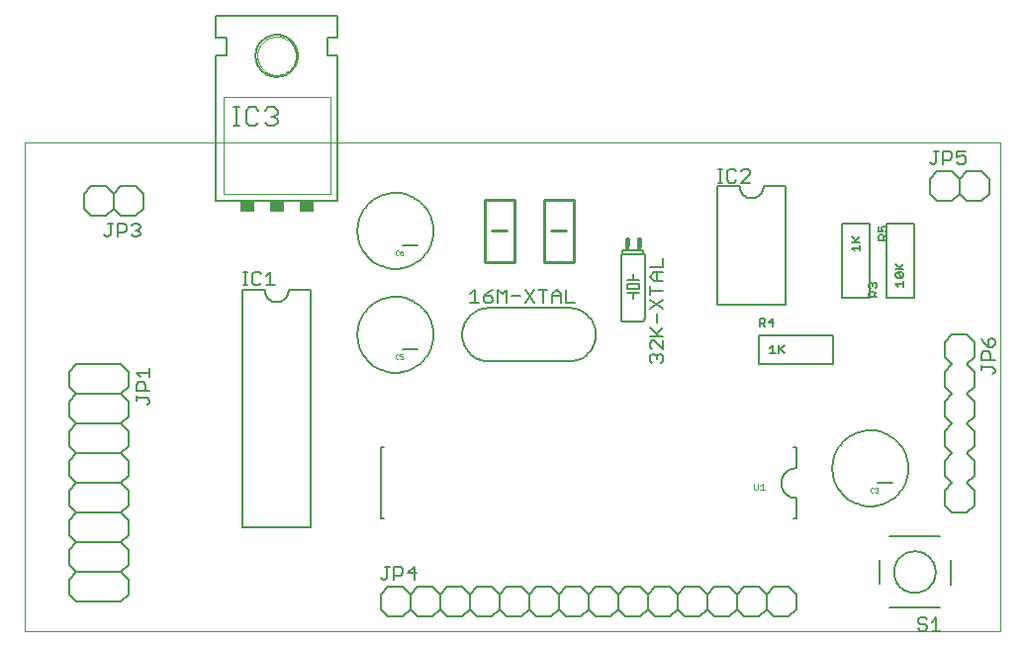
<source format=gto>
G75*
%MOIN*%
%OFA0B0*%
%FSLAX24Y24*%
%IPPOS*%
%LPD*%
%AMOC8*
5,1,8,0,0,1.08239X$1,22.5*
%
%ADD10C,0.0000*%
%ADD11C,0.0080*%
%ADD12C,0.0020*%
%ADD13C,0.0060*%
%ADD14C,0.0050*%
%ADD15C,0.0160*%
%ADD16R,0.0160X0.0230*%
%ADD17C,0.0070*%
%ADD18R,0.0500X0.0350*%
%ADD19C,0.0100*%
%ADD20C,0.0010*%
D10*
X000100Y000267D02*
X000100Y016763D01*
X032970Y016763D01*
X032970Y000267D01*
X000100Y000267D01*
X007950Y019667D02*
X007952Y019717D01*
X007958Y019767D01*
X007968Y019817D01*
X007981Y019865D01*
X007998Y019913D01*
X008019Y019959D01*
X008043Y020003D01*
X008071Y020045D01*
X008102Y020085D01*
X008136Y020122D01*
X008173Y020157D01*
X008212Y020188D01*
X008253Y020217D01*
X008297Y020242D01*
X008343Y020264D01*
X008390Y020282D01*
X008438Y020296D01*
X008487Y020307D01*
X008537Y020314D01*
X008587Y020317D01*
X008638Y020316D01*
X008688Y020311D01*
X008738Y020302D01*
X008786Y020290D01*
X008834Y020273D01*
X008880Y020253D01*
X008925Y020230D01*
X008968Y020203D01*
X009008Y020173D01*
X009046Y020140D01*
X009081Y020104D01*
X009114Y020065D01*
X009143Y020024D01*
X009169Y019981D01*
X009192Y019936D01*
X009211Y019889D01*
X009226Y019841D01*
X009238Y019792D01*
X009246Y019742D01*
X009250Y019692D01*
X009250Y019642D01*
X009246Y019592D01*
X009238Y019542D01*
X009226Y019493D01*
X009211Y019445D01*
X009192Y019398D01*
X009169Y019353D01*
X009143Y019310D01*
X009114Y019269D01*
X009081Y019230D01*
X009046Y019194D01*
X009008Y019161D01*
X008968Y019131D01*
X008925Y019104D01*
X008880Y019081D01*
X008834Y019061D01*
X008786Y019044D01*
X008738Y019032D01*
X008688Y019023D01*
X008638Y019018D01*
X008587Y019017D01*
X008537Y019020D01*
X008487Y019027D01*
X008438Y019038D01*
X008390Y019052D01*
X008343Y019070D01*
X008297Y019092D01*
X008253Y019117D01*
X008212Y019146D01*
X008173Y019177D01*
X008136Y019212D01*
X008102Y019249D01*
X008071Y019289D01*
X008043Y019331D01*
X008019Y019375D01*
X007998Y019421D01*
X007981Y019469D01*
X007968Y019517D01*
X007958Y019567D01*
X007952Y019617D01*
X007950Y019667D01*
D11*
X011320Y013767D02*
X011322Y013838D01*
X011328Y013909D01*
X011338Y013980D01*
X011352Y014049D01*
X011369Y014118D01*
X011391Y014186D01*
X011416Y014253D01*
X011445Y014318D01*
X011477Y014381D01*
X011513Y014443D01*
X011552Y014502D01*
X011595Y014559D01*
X011640Y014614D01*
X011689Y014666D01*
X011740Y014715D01*
X011794Y014761D01*
X011851Y014805D01*
X011909Y014845D01*
X011970Y014881D01*
X012033Y014915D01*
X012098Y014944D01*
X012164Y014970D01*
X012232Y014993D01*
X012300Y015011D01*
X012370Y015026D01*
X012440Y015037D01*
X012511Y015044D01*
X012582Y015047D01*
X012653Y015046D01*
X012724Y015041D01*
X012795Y015032D01*
X012865Y015019D01*
X012934Y015003D01*
X013002Y014982D01*
X013069Y014958D01*
X013135Y014930D01*
X013198Y014898D01*
X013260Y014863D01*
X013320Y014825D01*
X013378Y014783D01*
X013433Y014739D01*
X013486Y014691D01*
X013536Y014640D01*
X013583Y014587D01*
X013627Y014531D01*
X013668Y014473D01*
X013706Y014412D01*
X013740Y014350D01*
X013770Y014285D01*
X013797Y014220D01*
X013821Y014152D01*
X013840Y014084D01*
X013856Y014015D01*
X013868Y013944D01*
X013876Y013874D01*
X013880Y013803D01*
X013880Y013731D01*
X013876Y013660D01*
X013868Y013590D01*
X013856Y013519D01*
X013840Y013450D01*
X013821Y013382D01*
X013797Y013314D01*
X013770Y013249D01*
X013740Y013184D01*
X013706Y013122D01*
X013668Y013061D01*
X013627Y013003D01*
X013583Y012947D01*
X013536Y012894D01*
X013486Y012843D01*
X013433Y012795D01*
X013378Y012751D01*
X013320Y012709D01*
X013260Y012671D01*
X013198Y012636D01*
X013135Y012604D01*
X013069Y012576D01*
X013002Y012552D01*
X012934Y012531D01*
X012865Y012515D01*
X012795Y012502D01*
X012724Y012493D01*
X012653Y012488D01*
X012582Y012487D01*
X012511Y012490D01*
X012440Y012497D01*
X012370Y012508D01*
X012300Y012523D01*
X012232Y012541D01*
X012164Y012564D01*
X012098Y012590D01*
X012033Y012619D01*
X011970Y012653D01*
X011909Y012689D01*
X011851Y012729D01*
X011794Y012773D01*
X011740Y012819D01*
X011689Y012868D01*
X011640Y012920D01*
X011595Y012975D01*
X011552Y013032D01*
X011513Y013091D01*
X011477Y013153D01*
X011445Y013216D01*
X011416Y013281D01*
X011391Y013348D01*
X011369Y013416D01*
X011352Y013485D01*
X011338Y013554D01*
X011328Y013625D01*
X011322Y013696D01*
X011320Y013767D01*
X012850Y013267D02*
X013350Y013267D01*
X015750Y011167D02*
X018450Y011167D01*
X018509Y011165D01*
X018567Y011159D01*
X018626Y011150D01*
X018683Y011136D01*
X018739Y011119D01*
X018794Y011098D01*
X018848Y011074D01*
X018900Y011046D01*
X018950Y011015D01*
X018998Y010981D01*
X019043Y010944D01*
X019086Y010903D01*
X019127Y010860D01*
X019164Y010815D01*
X019198Y010767D01*
X019229Y010717D01*
X019257Y010665D01*
X019281Y010611D01*
X019302Y010556D01*
X019319Y010500D01*
X019333Y010443D01*
X019342Y010384D01*
X019348Y010326D01*
X019350Y010267D01*
X019348Y010208D01*
X019342Y010150D01*
X019333Y010091D01*
X019319Y010034D01*
X019302Y009978D01*
X019281Y009923D01*
X019257Y009869D01*
X019229Y009817D01*
X019198Y009767D01*
X019164Y009719D01*
X019127Y009674D01*
X019086Y009631D01*
X019043Y009590D01*
X018998Y009553D01*
X018950Y009519D01*
X018900Y009488D01*
X018848Y009460D01*
X018794Y009436D01*
X018739Y009415D01*
X018683Y009398D01*
X018626Y009384D01*
X018567Y009375D01*
X018509Y009369D01*
X018450Y009367D01*
X015750Y009367D01*
X015691Y009369D01*
X015633Y009375D01*
X015574Y009384D01*
X015517Y009398D01*
X015461Y009415D01*
X015406Y009436D01*
X015352Y009460D01*
X015300Y009488D01*
X015250Y009519D01*
X015202Y009553D01*
X015157Y009590D01*
X015114Y009631D01*
X015073Y009674D01*
X015036Y009719D01*
X015002Y009767D01*
X014971Y009817D01*
X014943Y009869D01*
X014919Y009923D01*
X014898Y009978D01*
X014881Y010034D01*
X014867Y010091D01*
X014858Y010150D01*
X014852Y010208D01*
X014850Y010267D01*
X014852Y010326D01*
X014858Y010384D01*
X014867Y010443D01*
X014881Y010500D01*
X014898Y010556D01*
X014919Y010611D01*
X014943Y010665D01*
X014971Y010717D01*
X015002Y010767D01*
X015036Y010815D01*
X015073Y010860D01*
X015114Y010903D01*
X015157Y010944D01*
X015202Y010981D01*
X015250Y011015D01*
X015300Y011046D01*
X015352Y011074D01*
X015406Y011098D01*
X015461Y011119D01*
X015517Y011136D01*
X015574Y011150D01*
X015633Y011159D01*
X015691Y011165D01*
X015750Y011167D01*
X013350Y009767D02*
X012850Y009767D01*
X011320Y010267D02*
X011322Y010338D01*
X011328Y010409D01*
X011338Y010480D01*
X011352Y010549D01*
X011369Y010618D01*
X011391Y010686D01*
X011416Y010753D01*
X011445Y010818D01*
X011477Y010881D01*
X011513Y010943D01*
X011552Y011002D01*
X011595Y011059D01*
X011640Y011114D01*
X011689Y011166D01*
X011740Y011215D01*
X011794Y011261D01*
X011851Y011305D01*
X011909Y011345D01*
X011970Y011381D01*
X012033Y011415D01*
X012098Y011444D01*
X012164Y011470D01*
X012232Y011493D01*
X012300Y011511D01*
X012370Y011526D01*
X012440Y011537D01*
X012511Y011544D01*
X012582Y011547D01*
X012653Y011546D01*
X012724Y011541D01*
X012795Y011532D01*
X012865Y011519D01*
X012934Y011503D01*
X013002Y011482D01*
X013069Y011458D01*
X013135Y011430D01*
X013198Y011398D01*
X013260Y011363D01*
X013320Y011325D01*
X013378Y011283D01*
X013433Y011239D01*
X013486Y011191D01*
X013536Y011140D01*
X013583Y011087D01*
X013627Y011031D01*
X013668Y010973D01*
X013706Y010912D01*
X013740Y010850D01*
X013770Y010785D01*
X013797Y010720D01*
X013821Y010652D01*
X013840Y010584D01*
X013856Y010515D01*
X013868Y010444D01*
X013876Y010374D01*
X013880Y010303D01*
X013880Y010231D01*
X013876Y010160D01*
X013868Y010090D01*
X013856Y010019D01*
X013840Y009950D01*
X013821Y009882D01*
X013797Y009814D01*
X013770Y009749D01*
X013740Y009684D01*
X013706Y009622D01*
X013668Y009561D01*
X013627Y009503D01*
X013583Y009447D01*
X013536Y009394D01*
X013486Y009343D01*
X013433Y009295D01*
X013378Y009251D01*
X013320Y009209D01*
X013260Y009171D01*
X013198Y009136D01*
X013135Y009104D01*
X013069Y009076D01*
X013002Y009052D01*
X012934Y009031D01*
X012865Y009015D01*
X012795Y009002D01*
X012724Y008993D01*
X012653Y008988D01*
X012582Y008987D01*
X012511Y008990D01*
X012440Y008997D01*
X012370Y009008D01*
X012300Y009023D01*
X012232Y009041D01*
X012164Y009064D01*
X012098Y009090D01*
X012033Y009119D01*
X011970Y009153D01*
X011909Y009189D01*
X011851Y009229D01*
X011794Y009273D01*
X011740Y009319D01*
X011689Y009368D01*
X011640Y009420D01*
X011595Y009475D01*
X011552Y009532D01*
X011513Y009591D01*
X011477Y009653D01*
X011445Y009716D01*
X011416Y009781D01*
X011391Y009848D01*
X011369Y009916D01*
X011352Y009985D01*
X011338Y010054D01*
X011328Y010125D01*
X011322Y010196D01*
X011320Y010267D01*
X012100Y006467D02*
X012200Y006467D01*
X012100Y006467D02*
X012100Y004067D01*
X012200Y004067D01*
X024860Y009294D02*
X027340Y009294D01*
X027340Y010239D01*
X024860Y010239D01*
X024860Y009294D01*
X027628Y011527D02*
X027628Y014007D01*
X028572Y014007D01*
X028572Y011527D01*
X027628Y011527D01*
X029128Y011527D02*
X029128Y014007D01*
X030072Y014007D01*
X030072Y011527D01*
X029128Y011527D01*
X031100Y010017D02*
X031350Y010267D01*
X031850Y010267D01*
X032100Y010017D01*
X032100Y009517D01*
X031850Y009267D01*
X032100Y009017D01*
X032100Y008517D01*
X031850Y008267D01*
X032100Y008017D01*
X032100Y007517D01*
X031850Y007267D01*
X032100Y007017D01*
X032100Y006517D01*
X031850Y006267D01*
X032100Y006017D01*
X032100Y005517D01*
X031850Y005267D01*
X032100Y005017D01*
X032100Y004517D01*
X031850Y004267D01*
X031350Y004267D01*
X031100Y004517D01*
X031100Y005017D01*
X031350Y005267D01*
X031100Y005517D01*
X031100Y006017D01*
X031350Y006267D01*
X031100Y006517D01*
X031100Y007017D01*
X031350Y007267D01*
X031100Y007517D01*
X031100Y008017D01*
X031350Y008267D01*
X031100Y008517D01*
X031100Y009017D01*
X031350Y009267D01*
X031100Y009517D01*
X031100Y010017D01*
X026100Y006467D02*
X026000Y006467D01*
X026100Y006467D02*
X026100Y005767D01*
X026056Y005765D01*
X026013Y005759D01*
X025971Y005750D01*
X025929Y005737D01*
X025889Y005720D01*
X025850Y005700D01*
X025813Y005677D01*
X025779Y005650D01*
X025746Y005621D01*
X025717Y005588D01*
X025690Y005554D01*
X025667Y005517D01*
X025647Y005478D01*
X025630Y005438D01*
X025617Y005396D01*
X025608Y005354D01*
X025602Y005311D01*
X025600Y005267D01*
X025602Y005223D01*
X025608Y005180D01*
X025617Y005138D01*
X025630Y005096D01*
X025647Y005056D01*
X025667Y005017D01*
X025690Y004980D01*
X025717Y004946D01*
X025746Y004913D01*
X025779Y004884D01*
X025813Y004857D01*
X025850Y004834D01*
X025889Y004814D01*
X025929Y004797D01*
X025971Y004784D01*
X026013Y004775D01*
X026056Y004769D01*
X026100Y004767D01*
X026100Y004067D01*
X026000Y004067D01*
X027320Y005767D02*
X027322Y005838D01*
X027328Y005909D01*
X027338Y005980D01*
X027352Y006049D01*
X027369Y006118D01*
X027391Y006186D01*
X027416Y006253D01*
X027445Y006318D01*
X027477Y006381D01*
X027513Y006443D01*
X027552Y006502D01*
X027595Y006559D01*
X027640Y006614D01*
X027689Y006666D01*
X027740Y006715D01*
X027794Y006761D01*
X027851Y006805D01*
X027909Y006845D01*
X027970Y006881D01*
X028033Y006915D01*
X028098Y006944D01*
X028164Y006970D01*
X028232Y006993D01*
X028300Y007011D01*
X028370Y007026D01*
X028440Y007037D01*
X028511Y007044D01*
X028582Y007047D01*
X028653Y007046D01*
X028724Y007041D01*
X028795Y007032D01*
X028865Y007019D01*
X028934Y007003D01*
X029002Y006982D01*
X029069Y006958D01*
X029135Y006930D01*
X029198Y006898D01*
X029260Y006863D01*
X029320Y006825D01*
X029378Y006783D01*
X029433Y006739D01*
X029486Y006691D01*
X029536Y006640D01*
X029583Y006587D01*
X029627Y006531D01*
X029668Y006473D01*
X029706Y006412D01*
X029740Y006350D01*
X029770Y006285D01*
X029797Y006220D01*
X029821Y006152D01*
X029840Y006084D01*
X029856Y006015D01*
X029868Y005944D01*
X029876Y005874D01*
X029880Y005803D01*
X029880Y005731D01*
X029876Y005660D01*
X029868Y005590D01*
X029856Y005519D01*
X029840Y005450D01*
X029821Y005382D01*
X029797Y005314D01*
X029770Y005249D01*
X029740Y005184D01*
X029706Y005122D01*
X029668Y005061D01*
X029627Y005003D01*
X029583Y004947D01*
X029536Y004894D01*
X029486Y004843D01*
X029433Y004795D01*
X029378Y004751D01*
X029320Y004709D01*
X029260Y004671D01*
X029198Y004636D01*
X029135Y004604D01*
X029069Y004576D01*
X029002Y004552D01*
X028934Y004531D01*
X028865Y004515D01*
X028795Y004502D01*
X028724Y004493D01*
X028653Y004488D01*
X028582Y004487D01*
X028511Y004490D01*
X028440Y004497D01*
X028370Y004508D01*
X028300Y004523D01*
X028232Y004541D01*
X028164Y004564D01*
X028098Y004590D01*
X028033Y004619D01*
X027970Y004653D01*
X027909Y004689D01*
X027851Y004729D01*
X027794Y004773D01*
X027740Y004819D01*
X027689Y004868D01*
X027640Y004920D01*
X027595Y004975D01*
X027552Y005032D01*
X027513Y005091D01*
X027477Y005153D01*
X027445Y005216D01*
X027416Y005281D01*
X027391Y005348D01*
X027369Y005416D01*
X027352Y005485D01*
X027338Y005554D01*
X027328Y005625D01*
X027322Y005696D01*
X027320Y005767D01*
X028850Y005267D02*
X029350Y005267D01*
X029250Y003467D02*
X030950Y003467D01*
X031300Y002667D02*
X031300Y001862D01*
X030950Y001067D02*
X029250Y001067D01*
X028900Y001874D02*
X028900Y002667D01*
X029400Y002267D02*
X029402Y002319D01*
X029408Y002371D01*
X029418Y002423D01*
X029431Y002473D01*
X029448Y002523D01*
X029469Y002571D01*
X029494Y002617D01*
X029522Y002661D01*
X029553Y002703D01*
X029587Y002743D01*
X029624Y002780D01*
X029664Y002814D01*
X029706Y002845D01*
X029750Y002873D01*
X029796Y002898D01*
X029844Y002919D01*
X029894Y002936D01*
X029944Y002949D01*
X029996Y002959D01*
X030048Y002965D01*
X030100Y002967D01*
X030152Y002965D01*
X030204Y002959D01*
X030256Y002949D01*
X030306Y002936D01*
X030356Y002919D01*
X030404Y002898D01*
X030450Y002873D01*
X030494Y002845D01*
X030536Y002814D01*
X030576Y002780D01*
X030613Y002743D01*
X030647Y002703D01*
X030678Y002661D01*
X030706Y002617D01*
X030731Y002571D01*
X030752Y002523D01*
X030769Y002473D01*
X030782Y002423D01*
X030792Y002371D01*
X030798Y002319D01*
X030800Y002267D01*
X030798Y002215D01*
X030792Y002163D01*
X030782Y002111D01*
X030769Y002061D01*
X030752Y002011D01*
X030731Y001963D01*
X030706Y001917D01*
X030678Y001873D01*
X030647Y001831D01*
X030613Y001791D01*
X030576Y001754D01*
X030536Y001720D01*
X030494Y001689D01*
X030450Y001661D01*
X030404Y001636D01*
X030356Y001615D01*
X030306Y001598D01*
X030256Y001585D01*
X030204Y001575D01*
X030152Y001569D01*
X030100Y001567D01*
X030048Y001569D01*
X029996Y001575D01*
X029944Y001585D01*
X029894Y001598D01*
X029844Y001615D01*
X029796Y001636D01*
X029750Y001661D01*
X029706Y001689D01*
X029664Y001720D01*
X029624Y001754D01*
X029587Y001791D01*
X029553Y001831D01*
X029522Y001873D01*
X029494Y001917D01*
X029469Y001963D01*
X029448Y002011D01*
X029431Y002061D01*
X029418Y002111D01*
X029408Y002163D01*
X029402Y002215D01*
X029400Y002267D01*
D12*
X025036Y005037D02*
X024889Y005037D01*
X024962Y005037D02*
X024962Y005257D01*
X024889Y005183D01*
X024815Y005257D02*
X024815Y005073D01*
X024778Y005037D01*
X024705Y005037D01*
X024668Y005073D01*
X024668Y005257D01*
X010400Y015017D02*
X010400Y018267D01*
X006800Y018267D01*
X006800Y015017D01*
X010400Y015017D01*
D13*
X010650Y014767D02*
X010650Y019667D01*
X010300Y019667D01*
X010300Y020267D01*
X010650Y020267D01*
X010650Y021017D01*
X006550Y021017D01*
X006550Y020267D01*
X006900Y020267D01*
X006900Y019667D01*
X006550Y019667D01*
X006550Y014767D01*
X010650Y014767D01*
X009750Y011767D02*
X009000Y011767D01*
X008998Y011728D01*
X008992Y011689D01*
X008983Y011651D01*
X008970Y011614D01*
X008953Y011578D01*
X008933Y011545D01*
X008909Y011513D01*
X008883Y011484D01*
X008854Y011458D01*
X008822Y011434D01*
X008789Y011414D01*
X008753Y011397D01*
X008716Y011384D01*
X008678Y011375D01*
X008639Y011369D01*
X008600Y011367D01*
X008561Y011369D01*
X008522Y011375D01*
X008484Y011384D01*
X008447Y011397D01*
X008411Y011414D01*
X008378Y011434D01*
X008346Y011458D01*
X008317Y011484D01*
X008291Y011513D01*
X008267Y011545D01*
X008247Y011578D01*
X008230Y011614D01*
X008217Y011651D01*
X008208Y011689D01*
X008202Y011728D01*
X008200Y011767D01*
X007450Y011767D01*
X007450Y003767D01*
X009750Y003767D01*
X009750Y011767D01*
X004100Y014517D02*
X003850Y014267D01*
X003350Y014267D01*
X003100Y014517D01*
X002850Y014267D01*
X002350Y014267D01*
X002100Y014517D01*
X002100Y015017D01*
X002350Y015267D01*
X002850Y015267D01*
X003100Y015017D01*
X003350Y015267D01*
X003850Y015267D01*
X004100Y015017D01*
X004100Y014517D01*
X003100Y014517D02*
X003100Y015017D01*
X007890Y019667D02*
X007892Y019720D01*
X007898Y019773D01*
X007908Y019825D01*
X007922Y019876D01*
X007939Y019926D01*
X007960Y019975D01*
X007985Y020022D01*
X008013Y020067D01*
X008045Y020110D01*
X008080Y020150D01*
X008117Y020187D01*
X008157Y020222D01*
X008200Y020254D01*
X008245Y020282D01*
X008292Y020307D01*
X008341Y020328D01*
X008391Y020345D01*
X008442Y020359D01*
X008494Y020369D01*
X008547Y020375D01*
X008600Y020377D01*
X008653Y020375D01*
X008706Y020369D01*
X008758Y020359D01*
X008809Y020345D01*
X008859Y020328D01*
X008908Y020307D01*
X008955Y020282D01*
X009000Y020254D01*
X009043Y020222D01*
X009083Y020187D01*
X009120Y020150D01*
X009155Y020110D01*
X009187Y020067D01*
X009215Y020022D01*
X009240Y019975D01*
X009261Y019926D01*
X009278Y019876D01*
X009292Y019825D01*
X009302Y019773D01*
X009308Y019720D01*
X009310Y019667D01*
X009308Y019614D01*
X009302Y019561D01*
X009292Y019509D01*
X009278Y019458D01*
X009261Y019408D01*
X009240Y019359D01*
X009215Y019312D01*
X009187Y019267D01*
X009155Y019224D01*
X009120Y019184D01*
X009083Y019147D01*
X009043Y019112D01*
X009000Y019080D01*
X008955Y019052D01*
X008908Y019027D01*
X008859Y019006D01*
X008809Y018989D01*
X008758Y018975D01*
X008706Y018965D01*
X008653Y018959D01*
X008600Y018957D01*
X008547Y018959D01*
X008494Y018965D01*
X008442Y018975D01*
X008391Y018989D01*
X008341Y019006D01*
X008292Y019027D01*
X008245Y019052D01*
X008200Y019080D01*
X008157Y019112D01*
X008117Y019147D01*
X008080Y019184D01*
X008045Y019224D01*
X008013Y019267D01*
X007985Y019312D01*
X007960Y019359D01*
X007939Y019408D01*
X007922Y019458D01*
X007908Y019509D01*
X007898Y019561D01*
X007892Y019614D01*
X007890Y019667D01*
X020250Y013117D02*
X020250Y012967D01*
X020950Y012967D01*
X021000Y012967D01*
X021000Y010817D01*
X020998Y010800D01*
X020994Y010783D01*
X020987Y010767D01*
X020977Y010753D01*
X020964Y010740D01*
X020950Y010730D01*
X020934Y010723D01*
X020917Y010719D01*
X020900Y010717D01*
X020300Y010717D01*
X020283Y010719D01*
X020266Y010723D01*
X020250Y010730D01*
X020236Y010740D01*
X020223Y010753D01*
X020213Y010767D01*
X020206Y010783D01*
X020202Y010800D01*
X020200Y010817D01*
X020200Y012967D01*
X020250Y012967D01*
X020250Y013117D02*
X020950Y013117D01*
X020950Y012967D01*
X020600Y012317D02*
X020600Y012117D01*
X020400Y012117D01*
X020400Y011967D02*
X020400Y011817D01*
X020800Y011817D01*
X020800Y011967D01*
X020400Y011967D01*
X020600Y012117D02*
X020800Y012117D01*
X020800Y011667D02*
X020600Y011667D01*
X020400Y011667D01*
X020600Y011667D02*
X020600Y011467D01*
X023450Y011267D02*
X025750Y011267D01*
X025750Y015267D01*
X025000Y015267D01*
X024998Y015228D01*
X024992Y015189D01*
X024983Y015151D01*
X024970Y015114D01*
X024953Y015078D01*
X024933Y015045D01*
X024909Y015013D01*
X024883Y014984D01*
X024854Y014958D01*
X024822Y014934D01*
X024789Y014914D01*
X024753Y014897D01*
X024716Y014884D01*
X024678Y014875D01*
X024639Y014869D01*
X024600Y014867D01*
X024561Y014869D01*
X024522Y014875D01*
X024484Y014884D01*
X024447Y014897D01*
X024411Y014914D01*
X024378Y014934D01*
X024346Y014958D01*
X024317Y014984D01*
X024291Y015013D01*
X024267Y015045D01*
X024247Y015078D01*
X024230Y015114D01*
X024217Y015151D01*
X024208Y015189D01*
X024202Y015228D01*
X024200Y015267D01*
X023450Y015267D01*
X023450Y011267D01*
X030600Y015017D02*
X030850Y014767D01*
X031350Y014767D01*
X031600Y015017D01*
X031850Y014767D01*
X032350Y014767D01*
X032600Y015017D01*
X032600Y015517D01*
X032350Y015767D01*
X031850Y015767D01*
X031600Y015517D01*
X031600Y015017D01*
X031600Y015517D02*
X031350Y015767D01*
X030850Y015767D01*
X030600Y015517D01*
X030600Y015017D01*
X025850Y001767D02*
X025350Y001767D01*
X025100Y001517D01*
X025100Y001017D01*
X025350Y000767D01*
X025850Y000767D01*
X026100Y001017D01*
X026100Y001517D01*
X025850Y001767D01*
X025100Y001517D02*
X024850Y001767D01*
X024350Y001767D01*
X024100Y001517D01*
X024100Y001017D01*
X024350Y000767D01*
X024850Y000767D01*
X025100Y001017D01*
X024100Y001017D02*
X023850Y000767D01*
X023350Y000767D01*
X023100Y001017D01*
X022850Y000767D01*
X022350Y000767D01*
X022100Y001017D01*
X021850Y000767D01*
X021350Y000767D01*
X021100Y001017D01*
X020850Y000767D01*
X020350Y000767D01*
X020100Y001017D01*
X019850Y000767D01*
X019350Y000767D01*
X019100Y001017D01*
X018850Y000767D01*
X018350Y000767D01*
X018100Y001017D01*
X017850Y000767D01*
X017350Y000767D01*
X017100Y001017D01*
X016850Y000767D01*
X016350Y000767D01*
X016100Y001017D01*
X015850Y000767D01*
X015350Y000767D01*
X015100Y001017D01*
X014850Y000767D01*
X014350Y000767D01*
X014100Y001017D01*
X013850Y000767D01*
X013350Y000767D01*
X013100Y001017D01*
X012850Y000767D01*
X012350Y000767D01*
X012100Y001017D01*
X012100Y001517D01*
X012350Y001767D01*
X012850Y001767D01*
X013100Y001517D01*
X013350Y001767D01*
X013850Y001767D01*
X014100Y001517D01*
X014100Y001017D01*
X014100Y001517D02*
X014350Y001767D01*
X014850Y001767D01*
X015100Y001517D01*
X015350Y001767D01*
X015850Y001767D01*
X016100Y001517D01*
X016350Y001767D01*
X016850Y001767D01*
X017100Y001517D01*
X017100Y001017D01*
X017100Y001517D02*
X017350Y001767D01*
X017850Y001767D01*
X018100Y001517D01*
X018350Y001767D01*
X018850Y001767D01*
X019100Y001517D01*
X019350Y001767D01*
X019850Y001767D01*
X020100Y001517D01*
X020100Y001017D01*
X020100Y001517D02*
X020350Y001767D01*
X020850Y001767D01*
X021100Y001517D01*
X021350Y001767D01*
X021850Y001767D01*
X022100Y001517D01*
X022350Y001767D01*
X022850Y001767D01*
X023100Y001517D01*
X023100Y001017D01*
X023100Y001517D02*
X023350Y001767D01*
X023850Y001767D01*
X024100Y001517D01*
X022100Y001517D02*
X022100Y001017D01*
X021100Y001017D02*
X021100Y001517D01*
X019100Y001517D02*
X019100Y001017D01*
X018100Y001017D02*
X018100Y001517D01*
X016100Y001517D02*
X016100Y001017D01*
X015100Y001017D02*
X015100Y001517D01*
X013100Y001517D02*
X013100Y001017D01*
X003600Y001517D02*
X003350Y001267D01*
X001850Y001267D01*
X001600Y001517D01*
X001600Y002017D01*
X001850Y002267D01*
X003350Y002267D01*
X003600Y002017D01*
X003600Y001517D01*
X003350Y002267D02*
X003600Y002517D01*
X003600Y003017D01*
X003350Y003267D01*
X001850Y003267D01*
X001600Y003017D01*
X001600Y002517D01*
X001850Y002267D01*
X001850Y003267D02*
X001600Y003517D01*
X001600Y004017D01*
X001850Y004267D01*
X003350Y004267D01*
X003600Y004017D01*
X003600Y003517D01*
X003350Y003267D01*
X003350Y004267D02*
X003600Y004517D01*
X003600Y005017D01*
X003350Y005267D01*
X001850Y005267D01*
X001600Y005017D01*
X001600Y004517D01*
X001850Y004267D01*
X001850Y005267D02*
X001600Y005517D01*
X001600Y006017D01*
X001850Y006267D01*
X003350Y006267D01*
X003600Y006017D01*
X003600Y005517D01*
X003350Y005267D01*
X003350Y006267D02*
X003600Y006517D01*
X003600Y007017D01*
X003350Y007267D01*
X001850Y007267D01*
X001600Y007017D01*
X001600Y006517D01*
X001850Y006267D01*
X001850Y007267D02*
X001600Y007517D01*
X001600Y008017D01*
X001850Y008267D01*
X003350Y008267D01*
X003600Y008017D01*
X003600Y007517D01*
X003350Y007267D01*
X003350Y008267D02*
X003600Y008517D01*
X003600Y009017D01*
X003350Y009267D01*
X001850Y009267D01*
X001600Y009017D01*
X001600Y008517D01*
X001850Y008267D01*
D14*
X003875Y008211D02*
X003875Y008061D01*
X003875Y008136D02*
X004250Y008136D01*
X004325Y008061D01*
X004325Y007986D01*
X004250Y007910D01*
X004325Y008371D02*
X003875Y008371D01*
X003875Y008596D01*
X003950Y008671D01*
X004100Y008671D01*
X004175Y008596D01*
X004175Y008371D01*
X004325Y008831D02*
X004325Y009132D01*
X004325Y008981D02*
X003875Y008981D01*
X004025Y008831D01*
X007475Y011942D02*
X007625Y011942D01*
X007550Y011942D02*
X007550Y012392D01*
X007475Y012392D02*
X007625Y012392D01*
X007782Y012317D02*
X007782Y012017D01*
X007857Y011942D01*
X008007Y011942D01*
X008082Y012017D01*
X008242Y011942D02*
X008543Y011942D01*
X008392Y011942D02*
X008392Y012392D01*
X008242Y012242D01*
X008082Y012317D02*
X008007Y012392D01*
X007857Y012392D01*
X007782Y012317D01*
X003995Y013647D02*
X003920Y013572D01*
X003770Y013572D01*
X003695Y013647D01*
X003845Y013797D02*
X003920Y013797D01*
X003995Y013722D01*
X003995Y013647D01*
X003920Y013797D02*
X003995Y013872D01*
X003995Y013947D01*
X003920Y014022D01*
X003770Y014022D01*
X003695Y013947D01*
X003534Y013947D02*
X003459Y014022D01*
X003234Y014022D01*
X003234Y013572D01*
X003234Y013722D02*
X003459Y013722D01*
X003534Y013797D01*
X003534Y013947D01*
X003074Y014022D02*
X002924Y014022D01*
X002999Y014022D02*
X002999Y013647D01*
X002924Y013572D01*
X002849Y013572D01*
X002774Y013647D01*
X015125Y011642D02*
X015275Y011792D01*
X015275Y011342D01*
X015125Y011342D02*
X015425Y011342D01*
X015585Y011417D02*
X015585Y011567D01*
X015811Y011567D01*
X015886Y011492D01*
X015886Y011417D01*
X015811Y011342D01*
X015660Y011342D01*
X015585Y011417D01*
X015585Y011567D02*
X015736Y011717D01*
X015886Y011792D01*
X016046Y011792D02*
X016196Y011642D01*
X016346Y011792D01*
X016346Y011342D01*
X016506Y011567D02*
X016806Y011567D01*
X016967Y011792D02*
X017267Y011342D01*
X016967Y011342D02*
X017267Y011792D01*
X017427Y011792D02*
X017727Y011792D01*
X017577Y011792D02*
X017577Y011342D01*
X017887Y011342D02*
X017887Y011642D01*
X018037Y011792D01*
X018188Y011642D01*
X018188Y011342D01*
X018348Y011342D02*
X018648Y011342D01*
X018348Y011342D02*
X018348Y011792D01*
X018188Y011567D02*
X017887Y011567D01*
X016046Y011342D02*
X016046Y011792D01*
X021175Y011761D02*
X021625Y011761D01*
X021625Y011450D02*
X021175Y011150D01*
X021400Y010990D02*
X021400Y010690D01*
X021625Y010530D02*
X021400Y010304D01*
X021475Y010229D02*
X021175Y010530D01*
X021175Y010229D02*
X021625Y010229D01*
X021625Y010069D02*
X021625Y009769D01*
X021325Y010069D01*
X021250Y010069D01*
X021175Y009994D01*
X021175Y009844D01*
X021250Y009769D01*
X021250Y009609D02*
X021175Y009534D01*
X021175Y009384D01*
X021250Y009309D01*
X021400Y009459D02*
X021400Y009534D01*
X021475Y009609D01*
X021550Y009609D01*
X021625Y009534D01*
X021625Y009384D01*
X021550Y009309D01*
X021400Y009534D02*
X021325Y009609D01*
X021250Y009609D01*
X021625Y011150D02*
X021175Y011450D01*
X021175Y011610D02*
X021175Y011911D01*
X021325Y012071D02*
X021175Y012221D01*
X021325Y012371D01*
X021625Y012371D01*
X021625Y012531D02*
X021625Y012832D01*
X021625Y012531D02*
X021175Y012531D01*
X021400Y012371D02*
X021400Y012071D01*
X021325Y012071D02*
X021625Y012071D01*
X024875Y010812D02*
X024875Y010542D01*
X024875Y010632D02*
X025010Y010632D01*
X025055Y010677D01*
X025055Y010767D01*
X025010Y010812D01*
X024875Y010812D01*
X024965Y010632D02*
X025055Y010542D01*
X025170Y010677D02*
X025350Y010677D01*
X025305Y010812D02*
X025170Y010677D01*
X025305Y010542D02*
X025305Y010812D01*
X025315Y009912D02*
X025315Y009642D01*
X025225Y009642D02*
X025405Y009642D01*
X025520Y009642D02*
X025520Y009912D01*
X025565Y009777D02*
X025700Y009642D01*
X025520Y009732D02*
X025700Y009912D01*
X025315Y009912D02*
X025225Y009822D01*
X028555Y011542D02*
X028555Y011677D01*
X028600Y011722D01*
X028690Y011722D01*
X028735Y011677D01*
X028735Y011542D01*
X028735Y011632D02*
X028825Y011722D01*
X028780Y011836D02*
X028825Y011881D01*
X028825Y011971D01*
X028780Y012016D01*
X028735Y012016D01*
X028690Y011971D01*
X028690Y011926D01*
X028690Y011971D02*
X028645Y012016D01*
X028600Y012016D01*
X028555Y011971D01*
X028555Y011881D01*
X028600Y011836D01*
X028555Y011542D02*
X028825Y011542D01*
X029455Y011982D02*
X029725Y011982D01*
X029725Y011892D02*
X029725Y012072D01*
X029680Y012186D02*
X029500Y012366D01*
X029680Y012366D01*
X029725Y012321D01*
X029725Y012231D01*
X029680Y012186D01*
X029500Y012186D01*
X029455Y012231D01*
X029455Y012321D01*
X029500Y012366D01*
X029455Y012481D02*
X029725Y012481D01*
X029635Y012481D02*
X029455Y012661D01*
X029590Y012526D02*
X029725Y012661D01*
X029455Y011982D02*
X029545Y011892D01*
X028245Y013102D02*
X028245Y013283D01*
X028245Y013192D02*
X027975Y013192D01*
X028065Y013102D01*
X028155Y013397D02*
X027975Y013577D01*
X027975Y013397D02*
X028245Y013397D01*
X028110Y013442D02*
X028245Y013577D01*
X028875Y013587D02*
X028875Y013452D01*
X029145Y013452D01*
X029055Y013452D02*
X029055Y013587D01*
X029010Y013633D01*
X028920Y013633D01*
X028875Y013587D01*
X028875Y013747D02*
X029010Y013747D01*
X028965Y013837D01*
X028965Y013882D01*
X029010Y013927D01*
X029100Y013927D01*
X029145Y013882D01*
X029145Y013792D01*
X029100Y013747D01*
X029145Y013633D02*
X029055Y013542D01*
X028875Y013747D02*
X028875Y013927D01*
X030670Y016012D02*
X030745Y016012D01*
X030820Y016087D01*
X030820Y016462D01*
X030745Y016462D02*
X030895Y016462D01*
X031055Y016462D02*
X031281Y016462D01*
X031356Y016387D01*
X031356Y016237D01*
X031281Y016162D01*
X031055Y016162D01*
X031055Y016012D02*
X031055Y016462D01*
X030670Y016012D02*
X030595Y016087D01*
X031516Y016087D02*
X031591Y016012D01*
X031741Y016012D01*
X031816Y016087D01*
X031816Y016237D01*
X031741Y016312D01*
X031666Y016312D01*
X031516Y016237D01*
X031516Y016462D01*
X031816Y016462D01*
X024543Y015767D02*
X024468Y015842D01*
X024317Y015842D01*
X024242Y015767D01*
X024082Y015767D02*
X024007Y015842D01*
X023857Y015842D01*
X023782Y015767D01*
X023782Y015467D01*
X023857Y015392D01*
X024007Y015392D01*
X024082Y015467D01*
X024242Y015392D02*
X024543Y015692D01*
X024543Y015767D01*
X024543Y015392D02*
X024242Y015392D01*
X023625Y015392D02*
X023475Y015392D01*
X023550Y015392D02*
X023550Y015842D01*
X023475Y015842D02*
X023625Y015842D01*
X032345Y010162D02*
X032420Y010011D01*
X032570Y009861D01*
X032570Y010086D01*
X032645Y010162D01*
X032720Y010162D01*
X032795Y010086D01*
X032795Y009936D01*
X032720Y009861D01*
X032570Y009861D01*
X032570Y009701D02*
X032420Y009701D01*
X032345Y009626D01*
X032345Y009401D01*
X032795Y009401D01*
X032645Y009401D02*
X032645Y009626D01*
X032570Y009701D01*
X032345Y009241D02*
X032345Y009091D01*
X032345Y009166D02*
X032720Y009166D01*
X032795Y009091D01*
X032795Y009016D01*
X032720Y008940D01*
X030815Y000742D02*
X030815Y000292D01*
X030665Y000292D02*
X030965Y000292D01*
X030665Y000592D02*
X030815Y000742D01*
X030504Y000667D02*
X030429Y000742D01*
X030279Y000742D01*
X030204Y000667D01*
X030204Y000592D01*
X030279Y000517D01*
X030429Y000517D01*
X030504Y000442D01*
X030504Y000367D01*
X030429Y000292D01*
X030279Y000292D01*
X030204Y000367D01*
X013316Y002237D02*
X013016Y002237D01*
X013241Y002462D01*
X013241Y002012D01*
X012856Y002237D02*
X012856Y002387D01*
X012781Y002462D01*
X012555Y002462D01*
X012555Y002012D01*
X012555Y002162D02*
X012781Y002162D01*
X012856Y002237D01*
X012395Y002462D02*
X012245Y002462D01*
X012320Y002462D02*
X012320Y002087D01*
X012245Y002012D01*
X012170Y002012D01*
X012095Y002087D01*
D15*
X020400Y013317D02*
X020400Y013467D01*
X020800Y013467D02*
X020800Y013267D01*
D16*
X020800Y013252D03*
X020400Y013252D03*
D17*
X008630Y017407D02*
X008525Y017302D01*
X008314Y017302D01*
X008209Y017407D01*
X007985Y017407D02*
X007880Y017302D01*
X007670Y017302D01*
X007565Y017407D01*
X007565Y017827D01*
X007670Y017932D01*
X007880Y017932D01*
X007985Y017827D01*
X008209Y017827D02*
X008314Y017932D01*
X008525Y017932D01*
X008630Y017827D01*
X008630Y017722D01*
X008525Y017617D01*
X008630Y017512D01*
X008630Y017407D01*
X008525Y017617D02*
X008419Y017617D01*
X007345Y017932D02*
X007135Y017932D01*
X007240Y017932D02*
X007240Y017302D01*
X007135Y017302D02*
X007345Y017302D01*
D18*
X007600Y014592D03*
X008600Y014592D03*
X009600Y014592D03*
D19*
X015600Y014817D02*
X015600Y012717D01*
X016600Y012717D01*
X016600Y014817D01*
X015600Y014817D01*
X015850Y013767D02*
X016350Y013767D01*
X017850Y013767D02*
X018350Y013767D01*
X018600Y014817D02*
X017600Y014817D01*
X017600Y012717D01*
X018600Y012717D01*
X018600Y014817D01*
D20*
X012858Y013112D02*
X012808Y013087D01*
X012758Y013037D01*
X012833Y013037D01*
X012858Y013012D01*
X012858Y012987D01*
X012833Y012962D01*
X012783Y012962D01*
X012758Y012987D01*
X012758Y013037D01*
X012710Y013087D02*
X012685Y013112D01*
X012635Y013112D01*
X012610Y013087D01*
X012610Y012987D01*
X012635Y012962D01*
X012685Y012962D01*
X012710Y012987D01*
X012685Y009612D02*
X012635Y009612D01*
X012610Y009587D01*
X012610Y009487D01*
X012635Y009462D01*
X012685Y009462D01*
X012710Y009487D01*
X012758Y009487D02*
X012783Y009462D01*
X012833Y009462D01*
X012858Y009487D01*
X012858Y009537D01*
X012833Y009562D01*
X012808Y009562D01*
X012758Y009537D01*
X012758Y009612D01*
X012858Y009612D01*
X012710Y009587D02*
X012685Y009612D01*
X028610Y005087D02*
X028610Y004987D01*
X028635Y004962D01*
X028685Y004962D01*
X028710Y004987D01*
X028758Y004987D02*
X028783Y004962D01*
X028833Y004962D01*
X028858Y004987D01*
X028858Y005012D01*
X028833Y005037D01*
X028808Y005037D01*
X028833Y005037D02*
X028858Y005062D01*
X028858Y005087D01*
X028833Y005112D01*
X028783Y005112D01*
X028758Y005087D01*
X028710Y005087D02*
X028685Y005112D01*
X028635Y005112D01*
X028610Y005087D01*
M02*

</source>
